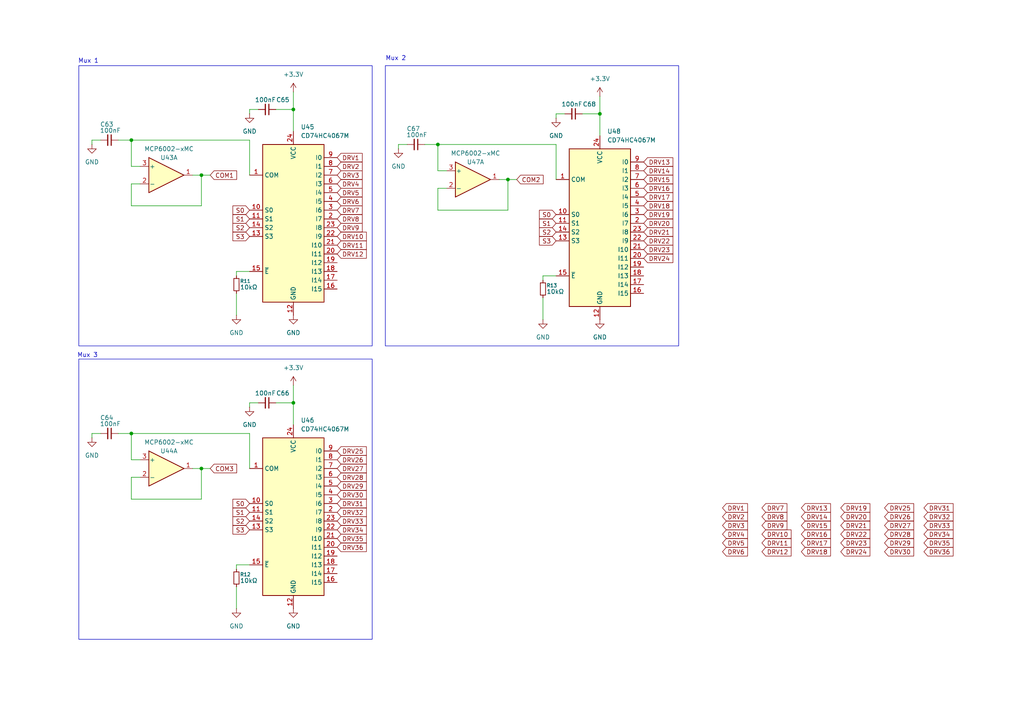
<source format=kicad_sch>
(kicad_sch (version 20250114) (generator "eeschema") (generator_version "9.0")
  (paper "A4")
  (lib_symbols
    (symbol "74xx:CD74HC4067M"
      (property "Reference" "U" (at -8.89 22.86 0))
      (property "Value" "CD74HC4067M" (at 1.27 22.86 0))
      (symbol "CD74HC4067M_0_1"
        (rectangle (start -8.89 21.59) (end 8.89 -24.13) (stroke (width 0.254)) (fill (type background)))
      )
      (symbol "CD74HC4067M_1_1"
        (pin passive line (at -12.7 12.7 0) (length 3.81) (name "COM") (number "1"))
        (pin input line (at -12.7 2.54 0) (length 3.81) (name "S0") (number "10"))
        (pin input line (at -12.7 0 0) (length 3.81) (name "S1") (number "11"))
        (pin input line (at -12.7 -2.54 0) (length 3.81) (name "S2") (number "14"))
        (pin input line (at -12.7 -5.08 0) (length 3.81) (name "S3") (number "13"))
        (pin input line (at -12.7 -15.24 0) (length 3.81) (name "~{E}") (number "15"))
        (pin power_in line (at 0 25.4 270) (length 3.81) (name "VCC") (number "24"))
        (pin power_in line (at 0 -27.94 90) (length 3.81) (name "GND") (number "12"))
        (pin passive line (at 12.7 17.78 180) (length 3.81) (name "I0") (number "9"))
        (pin passive line (at 12.7 15.24 180) (length 3.81) (name "I1") (number "8"))
        (pin passive line (at 12.7 12.7 180) (length 3.81) (name "I2") (number "7"))
        (pin passive line (at 12.7 10.16 180) (length 3.81) (name "I3") (number "6"))
        (pin passive line (at 12.7 7.62 180) (length 3.81) (name "I4") (number "5"))
        (pin passive line (at 12.7 5.08 180) (length 3.81) (name "I5") (number "4"))
        (pin passive line (at 12.7 2.54 180) (length 3.81) (name "I6") (number "3"))
        (pin passive line (at 12.7 0 180) (length 3.81) (name "I7") (number "2"))
        (pin passive line (at 12.7 -2.54 180) (length 3.81) (name "I8") (number "23"))
        (pin passive line (at 12.7 -5.08 180) (length 3.81) (name "I9") (number "22"))
        (pin passive line (at 12.7 -7.62 180) (length 3.81) (name "I10") (number "21"))
        (pin passive line (at 12.7 -10.16 180) (length 3.81) (name "I11") (number "20"))
        (pin passive line (at 12.7 -12.7 180) (length 3.81) (name "I12") (number "19"))
        (pin passive line (at 12.7 -15.24 180) (length 3.81) (name "I13") (number "18"))
        (pin passive line (at 12.7 -17.78 180) (length 3.81) (name "I14") (number "17"))
        (pin passive line (at 12.7 -20.32 180) (length 3.81) (name "I15") (number "16"))
      )
    )
    (symbol "Amplifier_Operational:MCP6002-xMC" (pin_names (offset 0.127))
      (property "Reference" "U" (at 0 5.08 0))
      (property "Value" "MCP6002-xMC" (at 0 -5.08 0))
      (symbol "MCP6002-xMC_1_1"
        (polyline (pts (xy -5.08 5.08) (xy 5.08 0) (xy -5.08 -5.08) (xy -5.08 5.08)) (stroke (width 0.254)) (fill (type background)))
        (pin input line (at -7.62 2.54 0) (length 2.54) (name "+") (number "3"))
        (pin input line (at -7.62 -2.54 0) (length 2.54) (name "-") (number "2"))
        (pin output line (at 7.62 0 180) (length 2.54) (name "~") (number "1"))
      )
      (symbol "MCP6002-xMC_2_1"
        (polyline (pts (xy -5.08 5.08) (xy 5.08 0) (xy -5.08 -5.08) (xy -5.08 5.08)) (stroke (width 0.254)) (fill (type background)))
        (pin input line (at -7.62 2.54 0) (length 2.54) (name "+") (number "5"))
        (pin input line (at -7.62 -2.54 0) (length 2.54) (name "-") (number "6"))
        (pin output line (at 7.62 0 180) (length 2.54) (name "~") (number "7"))
      )
      (symbol "MCP6002-xMC_3_1"
        (pin power_in line (at -2.54 7.62 270) (length 3.81) (name "V+") (number "8"))
        (pin power_in line (at -2.54 -7.62 90) (length 3.81) (name "V-") (number "4"))
        (pin passive line (at -2.54 -7.62 90) (length 3.81) (hide yes) (name "V-") (number "9"))
      )
    )
    (symbol "Device:C_Small" (pin_numbers (hide yes)) (pin_names (offset 0.254) (hide yes))
      (property "Reference" "C" (at 0.254 1.778 0))
      (property "Value" "C_Small" (at 0.254 -2.032 0))
      (symbol "C_Small_0_1"
        (polyline (pts (xy -1.524 0.508) (xy 1.524 0.508)) (stroke (width 0.3048)))
        (polyline (pts (xy -1.524 -0.508) (xy 1.524 -0.508)) (stroke (width 0.3302)))
      )
      (symbol "C_Small_1_1"
        (pin passive line (at 0 2.54 270) (length 2.032) (name "~") (number "1"))
        (pin passive line (at 0 -2.54 90) (length 2.032) (name "~") (number "2"))
      )
    )
    (symbol "Device:R_Small" (pin_numbers (hide yes)) (pin_names (offset 0.254) (hide yes))
      (property "Reference" "R" (at 0 0 90))
      (property "Value" "R_Small" (at 1.778 0 90))
      (symbol "R_Small_0_1"
        (rectangle (start -0.762 1.778) (end 0.762 -1.778) (stroke (width 0.2032)))
      )
      (symbol "R_Small_1_1"
        (pin passive line (at 0 2.54 270) (length 0.762) (name "~") (number "1"))
        (pin passive line (at 0 -2.54 90) (length 0.762) (name "~") (number "2"))
      )
    )
    (symbol "power:+3.3V" (power) (pin_numbers (hide yes)) (pin_names (offset 0) (hide yes))
      (property "Value" "+3.3V" (at 0 3.556 0))
      (symbol "+3.3V_0_1"
        (polyline (pts (xy -0.762 1.27) (xy 0 2.54)))
        (polyline (pts (xy 0 2.54) (xy 0.762 1.27)))
        (polyline (pts (xy 0 0) (xy 0 2.54)))
      )
      (symbol "+3.3V_1_1"
        (pin power_in line (at 0 0 90) (length 0) (name "~") (number "1"))
      )
    )
    (symbol "power:GND" (power) (pin_numbers (hide yes)) (pin_names (offset 0) (hide yes))
      (property "Value" "GND" (at 0 -3.81 0))
      (symbol "GND_0_1"
        (polyline (pts (xy 0 0) (xy 0 -1.27) (xy 1.27 -1.27) (xy 0 -2.54) (xy -1.27 -1.27) (xy 0 -1.27)))
      )
      (symbol "GND_1_1"
        (pin power_in line (at 0 0 270) (length 0) (name "~") (number "1"))
      )
    )
  )
  (rectangle (start 22.86 19.05) (end 107.95 100.33))
  (rectangle (start 22.86 104.14) (end 107.95 185.42))
  (rectangle (start 111.76 19.05) (end 196.85 100.33))
  (text "Mux 3" (at 25.4 103.124 0) (effects (font (size 1.27 1.27))))
  (text "Mux 1" (at 25.654 17.78 0) (effects (font (size 1.27 1.27))))
  (text "Mux 2" (at 114.808 17.018 0) (effects (font (size 1.27 1.27))))
  (junction (at 38.1 40.64))
  (junction (at 38.1 125.73))
  (junction (at 85.09 31.75))
  (junction (at 173.99 33.02))
  (junction (at 85.09 116.84))
  (junction (at 58.42 50.8))
  (junction (at 147.32 52.07))
  (junction (at 58.42 135.89))
  (junction (at 127 41.91))
  (wire (pts (xy 85.09 26.67) (xy 85.09 31.75)))
  (wire (pts (xy 38.1 144.78) (xy 58.42 144.78)))
  (wire (pts (xy 157.48 81.28) (xy 157.48 80.01)))
  (wire (pts (xy 129.54 54.61) (xy 127 54.61)))
  (wire (pts (xy 147.32 52.07) (xy 144.78 52.07)))
  (wire (pts (xy 85.09 111.76) (xy 85.09 116.84)))
  (wire (pts (xy 38.1 40.64) (xy 38.1 48.26)))
  (wire (pts (xy 115.57 41.91) (xy 118.11 41.91)))
  (wire (pts (xy 68.58 163.83) (xy 72.39 163.83)))
  (wire (pts (xy 85.09 31.75) (xy 85.09 38.1)))
  (wire (pts (xy 58.42 50.8) (xy 55.88 50.8)))
  (wire (pts (xy 68.58 80.01) (xy 68.58 78.74)))
  (wire (pts (xy 72.39 33.02) (xy 72.39 31.75)))
  (wire (pts (xy 127 49.53) (xy 129.54 49.53)))
  (wire (pts (xy 38.1 125.73) (xy 38.1 133.35)))
  (wire (pts (xy 127 54.61) (xy 127 60.96)))
  (wire (pts (xy 72.39 135.89) (xy 72.39 125.73)))
  (wire (pts (xy 149.86 52.07) (xy 147.32 52.07)))
  (wire (pts (xy 58.42 135.89) (xy 58.42 144.78)))
  (wire (pts (xy 58.42 135.89) (xy 55.88 135.89)))
  (wire (pts (xy 80.01 116.84) (xy 85.09 116.84)))
  (wire (pts (xy 58.42 50.8) (xy 58.42 59.69)))
  (wire (pts (xy 161.29 34.29) (xy 161.29 33.02)))
  (wire (pts (xy 34.29 125.73) (xy 38.1 125.73)))
  (wire (pts (xy 72.39 118.11) (xy 72.39 116.84)))
  (wire (pts (xy 157.48 80.01) (xy 161.29 80.01)))
  (wire (pts (xy 68.58 85.09) (xy 68.58 91.44)))
  (wire (pts (xy 26.67 41.91) (xy 26.67 40.64)))
  (wire (pts (xy 38.1 48.26) (xy 40.64 48.26)))
  (wire (pts (xy 26.67 125.73) (xy 29.21 125.73)))
  (wire (pts (xy 38.1 133.35) (xy 40.64 133.35)))
  (wire (pts (xy 157.48 86.36) (xy 157.48 92.71)))
  (wire (pts (xy 173.99 27.94) (xy 173.99 33.02)))
  (wire (pts (xy 168.91 33.02) (xy 173.99 33.02)))
  (wire (pts (xy 161.29 33.02) (xy 163.83 33.02)))
  (wire (pts (xy 127 41.91) (xy 127 49.53)))
  (wire (pts (xy 40.64 138.43) (xy 38.1 138.43)))
  (wire (pts (xy 34.29 40.64) (xy 38.1 40.64)))
  (wire (pts (xy 161.29 41.91) (xy 127 41.91)))
  (wire (pts (xy 72.39 116.84) (xy 74.93 116.84)))
  (wire (pts (xy 72.39 40.64) (xy 38.1 40.64)))
  (wire (pts (xy 68.58 170.18) (xy 68.58 176.53)))
  (wire (pts (xy 173.99 33.02) (xy 173.99 39.37)))
  (wire (pts (xy 26.67 40.64) (xy 29.21 40.64)))
  (wire (pts (xy 115.57 43.18) (xy 115.57 41.91)))
  (wire (pts (xy 72.39 31.75) (xy 74.93 31.75)))
  (wire (pts (xy 72.39 125.73) (xy 38.1 125.73)))
  (wire (pts (xy 68.58 78.74) (xy 72.39 78.74)))
  (wire (pts (xy 161.29 52.07) (xy 161.29 41.91)))
  (wire (pts (xy 85.09 116.84) (xy 85.09 123.19)))
  (wire (pts (xy 80.01 31.75) (xy 85.09 31.75)))
  (wire (pts (xy 38.1 59.69) (xy 58.42 59.69)))
  (wire (pts (xy 60.96 135.89) (xy 58.42 135.89)))
  (wire (pts (xy 72.39 50.8) (xy 72.39 40.64)))
  (wire (pts (xy 60.96 50.8) (xy 58.42 50.8)))
  (wire (pts (xy 38.1 53.34) (xy 38.1 59.69)))
  (wire (pts (xy 40.64 53.34) (xy 38.1 53.34)))
  (wire (pts (xy 68.58 165.1) (xy 68.58 163.83)))
  (wire (pts (xy 123.19 41.91) (xy 127 41.91)))
  (wire (pts (xy 26.67 127) (xy 26.67 125.73)))
  (wire (pts (xy 38.1 138.43) (xy 38.1 144.78)))
  (wire (pts (xy 127 60.96) (xy 147.32 60.96)))
  (wire (pts (xy 147.32 52.07) (xy 147.32 60.96)))
  (global_label "DRV35" (shape input) (at 97.79 156.21 0) (property "Intersheetrefs" "${INTERSHEET_REFS}" (effects (hide yes))))
  (global_label "DRV22" (shape input) (at 243.84 154.94 0) (property "Intersheetrefs" "${INTERSHEET_REFS}" (effects (hide yes))))
  (global_label "DRV26" (shape input) (at 97.79 133.35 0) (property "Intersheetrefs" "${INTERSHEET_REFS}" (effects (hide yes))))
  (global_label "S1" (shape input) (at 72.39 63.5 180) (property "Intersheetrefs" "${INTERSHEET_REFS}" (effects (hide yes))))
  (global_label "DRV19" (shape input) (at 186.69 62.23 0) (property "Intersheetrefs" "${INTERSHEET_REFS}" (effects (hide yes))))
  (global_label "DRV15" (shape input) (at 186.69 52.07 0) (property "Intersheetrefs" "${INTERSHEET_REFS}" (effects (hide yes))))
  (global_label "DRV1" (shape input) (at 97.79 45.72 0) (property "Intersheetrefs" "${INTERSHEET_REFS}" (effects (hide yes))))
  (global_label "DRV32" (shape input) (at 267.97 149.86 0) (property "Intersheetrefs" "${INTERSHEET_REFS}" (effects (hide yes))))
  (global_label "DRV23" (shape input) (at 243.84 157.48 0) (property "Intersheetrefs" "${INTERSHEET_REFS}" (effects (hide yes))))
  (global_label "DRV14" (shape input) (at 232.41 149.86 0) (property "Intersheetrefs" "${INTERSHEET_REFS}" (effects (hide yes))))
  (global_label "DRV6" (shape input) (at 209.55 160.02 0) (property "Intersheetrefs" "${INTERSHEET_REFS}" (effects (hide yes))))
  (global_label "DRV12" (shape input) (at 220.98 160.02 0) (property "Intersheetrefs" "${INTERSHEET_REFS}" (effects (hide yes))))
  (global_label "DRV21" (shape input) (at 186.69 67.31 0) (property "Intersheetrefs" "${INTERSHEET_REFS}" (effects (hide yes))))
  (global_label "DRV35" (shape input) (at 267.97 157.48 0) (property "Intersheetrefs" "${INTERSHEET_REFS}" (effects (hide yes))))
  (global_label "DRV28" (shape input) (at 97.79 138.43 0) (property "Intersheetrefs" "${INTERSHEET_REFS}" (effects (hide yes))))
  (global_label "DRV28" (shape input) (at 256.54 154.94 0) (property "Intersheetrefs" "${INTERSHEET_REFS}" (effects (hide yes))))
  (global_label "DRV30" (shape input) (at 97.79 143.51 0) (property "Intersheetrefs" "${INTERSHEET_REFS}" (effects (hide yes))))
  (global_label "DRV5" (shape input) (at 209.55 157.48 0) (property "Intersheetrefs" "${INTERSHEET_REFS}" (effects (hide yes))))
  (global_label "DRV9" (shape input) (at 97.79 66.04 0) (property "Intersheetrefs" "${INTERSHEET_REFS}" (effects (hide yes))))
  (global_label "DRV18" (shape input) (at 232.41 160.02 0) (property "Intersheetrefs" "${INTERSHEET_REFS}" (effects (hide yes))))
  (global_label "DRV20" (shape input) (at 243.84 149.86 0) (property "Intersheetrefs" "${INTERSHEET_REFS}" (effects (hide yes))))
  (global_label "DRV1" (shape input) (at 209.55 147.32 0) (property "Intersheetrefs" "${INTERSHEET_REFS}" (effects (hide yes))))
  (global_label "DRV33" (shape input) (at 97.79 151.13 0) (property "Intersheetrefs" "${INTERSHEET_REFS}" (effects (hide yes))))
  (global_label "DRV17" (shape input) (at 186.69 57.15 0) (property "Intersheetrefs" "${INTERSHEET_REFS}" (effects (hide yes))))
  (global_label "S2" (shape input) (at 72.39 66.04 180) (property "Intersheetrefs" "${INTERSHEET_REFS}" (effects (hide yes))))
  (global_label "DRV10" (shape input) (at 97.79 68.58 0) (property "Intersheetrefs" "${INTERSHEET_REFS}" (effects (hide yes))))
  (global_label "DRV34" (shape input) (at 267.97 154.94 0) (property "Intersheetrefs" "${INTERSHEET_REFS}" (effects (hide yes))))
  (global_label "DRV25" (shape input) (at 256.54 147.32 0) (property "Intersheetrefs" "${INTERSHEET_REFS}" (effects (hide yes))))
  (global_label "DRV16" (shape input) (at 232.41 154.94 0) (property "Intersheetrefs" "${INTERSHEET_REFS}" (effects (hide yes))))
  (global_label "DRV22" (shape input) (at 186.69 69.85 0) (property "Intersheetrefs" "${INTERSHEET_REFS}" (effects (hide yes))))
  (global_label "DRV36" (shape input) (at 97.79 158.75 0) (property "Intersheetrefs" "${INTERSHEET_REFS}" (effects (hide yes))))
  (global_label "DRV5" (shape input) (at 97.79 55.88 0) (property "Intersheetrefs" "${INTERSHEET_REFS}" (effects (hide yes))))
  (global_label "DRV17" (shape input) (at 232.41 157.48 0) (property "Intersheetrefs" "${INTERSHEET_REFS}" (effects (hide yes))))
  (global_label "S3" (shape input) (at 72.39 153.67 180) (property "Intersheetrefs" "${INTERSHEET_REFS}" (effects (hide yes))))
  (global_label "DRV4" (shape input) (at 209.55 154.94 0) (property "Intersheetrefs" "${INTERSHEET_REFS}" (effects (hide yes))))
  (global_label "DRV18" (shape input) (at 186.69 59.69 0) (property "Intersheetrefs" "${INTERSHEET_REFS}" (effects (hide yes))))
  (global_label "DRV24" (shape input) (at 186.69 74.93 0) (property "Intersheetrefs" "${INTERSHEET_REFS}" (effects (hide yes))))
  (global_label "DRV4" (shape input) (at 97.79 53.34 0) (property "Intersheetrefs" "${INTERSHEET_REFS}" (effects (hide yes))))
  (global_label "DRV36" (shape input) (at 267.97 160.02 0) (property "Intersheetrefs" "${INTERSHEET_REFS}" (effects (hide yes))))
  (global_label "DRV7" (shape input) (at 220.98 147.32 0) (property "Intersheetrefs" "${INTERSHEET_REFS}" (effects (hide yes))))
  (global_label "DRV31" (shape input) (at 97.79 146.05 0) (property "Intersheetrefs" "${INTERSHEET_REFS}" (effects (hide yes))))
  (global_label "S1" (shape input) (at 161.29 64.77 180) (property "Intersheetrefs" "${INTERSHEET_REFS}" (effects (hide yes))))
  (global_label "DRV32" (shape input) (at 97.79 148.59 0) (property "Intersheetrefs" "${INTERSHEET_REFS}" (effects (hide yes))))
  (global_label "S1" (shape input) (at 72.39 148.59 180) (property "Intersheetrefs" "${INTERSHEET_REFS}" (effects (hide yes))))
  (global_label "COM2" (shape input) (at 149.86 52.07 0) (property "Intersheetrefs" "${INTERSHEET_REFS}" (effects (hide yes))))
  (global_label "DRV7" (shape input) (at 97.79 60.96 0) (property "Intersheetrefs" "${INTERSHEET_REFS}" (effects (hide yes))))
  (global_label "DRV8" (shape input) (at 97.79 63.5 0) (property "Intersheetrefs" "${INTERSHEET_REFS}" (effects (hide yes))))
  (global_label "DRV11" (shape input) (at 220.98 157.48 0) (property "Intersheetrefs" "${INTERSHEET_REFS}" (effects (hide yes))))
  (global_label "DRV10" (shape input) (at 220.98 154.94 0) (property "Intersheetrefs" "${INTERSHEET_REFS}" (effects (hide yes))))
  (global_label "DRV16" (shape input) (at 186.69 54.61 0) (property "Intersheetrefs" "${INTERSHEET_REFS}" (effects (hide yes))))
  (global_label "DRV3" (shape input) (at 209.55 152.4 0) (property "Intersheetrefs" "${INTERSHEET_REFS}" (effects (hide yes))))
  (global_label "DRV14" (shape input) (at 186.69 49.53 0) (property "Intersheetrefs" "${INTERSHEET_REFS}" (effects (hide yes))))
  (global_label "S0" (shape input) (at 72.39 146.05 180) (property "Intersheetrefs" "${INTERSHEET_REFS}" (effects (hide yes))))
  (global_label "DRV19" (shape input) (at 243.84 147.32 0) (property "Intersheetrefs" "${INTERSHEET_REFS}" (effects (hide yes))))
  (global_label "DRV27" (shape input) (at 97.79 135.89 0) (property "Intersheetrefs" "${INTERSHEET_REFS}" (effects (hide yes))))
  (global_label "DRV12" (shape input) (at 97.79 73.66 0) (property "Intersheetrefs" "${INTERSHEET_REFS}" (effects (hide yes))))
  (global_label "DRV24" (shape input) (at 243.84 160.02 0) (property "Intersheetrefs" "${INTERSHEET_REFS}" (effects (hide yes))))
  (global_label "DRV13" (shape input) (at 186.69 46.99 0) (property "Intersheetrefs" "${INTERSHEET_REFS}" (effects (hide yes))))
  (global_label "S3" (shape input) (at 161.29 69.85 180) (property "Intersheetrefs" "${INTERSHEET_REFS}" (effects (hide yes))))
  (global_label "DRV27" (shape input) (at 256.54 152.4 0) (property "Intersheetrefs" "${INTERSHEET_REFS}" (effects (hide yes))))
  (global_label "DRV26" (shape input) (at 256.54 149.86 0) (property "Intersheetrefs" "${INTERSHEET_REFS}" (effects (hide yes))))
  (global_label "DRV11" (shape input) (at 97.79 71.12 0) (property "Intersheetrefs" "${INTERSHEET_REFS}" (effects (hide yes))))
  (global_label "DRV25" (shape input) (at 97.79 130.81 0) (property "Intersheetrefs" "${INTERSHEET_REFS}" (effects (hide yes))))
  (global_label "COM3" (shape input) (at 60.96 135.89 0) (property "Intersheetrefs" "${INTERSHEET_REFS}" (effects (hide yes))))
  (global_label "DRV2" (shape input) (at 97.79 48.26 0) (property "Intersheetrefs" "${INTERSHEET_REFS}" (effects (hide yes))))
  (global_label "DRV20" (shape input) (at 186.69 64.77 0) (property "Intersheetrefs" "${INTERSHEET_REFS}" (effects (hide yes))))
  (global_label "DRV29" (shape input) (at 256.54 157.48 0) (property "Intersheetrefs" "${INTERSHEET_REFS}" (effects (hide yes))))
  (global_label "DRV8" (shape input) (at 220.98 149.86 0) (property "Intersheetrefs" "${INTERSHEET_REFS}" (effects (hide yes))))
  (global_label "DRV31" (shape input) (at 267.97 147.32 0) (property "Intersheetrefs" "${INTERSHEET_REFS}" (effects (hide yes))))
  (global_label "DRV23" (shape input) (at 186.69 72.39 0) (property "Intersheetrefs" "${INTERSHEET_REFS}" (effects (hide yes))))
  (global_label "DRV13" (shape input) (at 232.41 147.32 0) (property "Intersheetrefs" "${INTERSHEET_REFS}" (effects (hide yes))))
  (global_label "S2" (shape input) (at 72.39 151.13 180) (property "Intersheetrefs" "${INTERSHEET_REFS}" (effects (hide yes))))
  (global_label "DRV30" (shape input) (at 256.54 160.02 0) (property "Intersheetrefs" "${INTERSHEET_REFS}" (effects (hide yes))))
  (global_label "DRV29" (shape input) (at 97.79 140.97 0) (property "Intersheetrefs" "${INTERSHEET_REFS}" (effects (hide yes))))
  (global_label "DRV2" (shape input) (at 209.55 149.86 0) (property "Intersheetrefs" "${INTERSHEET_REFS}" (effects (hide yes))))
  (global_label "DRV3" (shape input) (at 97.79 50.8 0) (property "Intersheetrefs" "${INTERSHEET_REFS}" (effects (hide yes))))
  (global_label "DRV34" (shape input) (at 97.79 153.67 0) (property "Intersheetrefs" "${INTERSHEET_REFS}" (effects (hide yes))))
  (global_label "DRV9" (shape input) (at 220.98 152.4 0) (property "Intersheetrefs" "${INTERSHEET_REFS}" (effects (hide yes))))
  (global_label "S2" (shape input) (at 161.29 67.31 180) (property "Intersheetrefs" "${INTERSHEET_REFS}" (effects (hide yes))))
  (global_label "DRV21" (shape input) (at 243.84 152.4 0) (property "Intersheetrefs" "${INTERSHEET_REFS}" (effects (hide yes))))
  (global_label "S0" (shape input) (at 161.29 62.23 180) (property "Intersheetrefs" "${INTERSHEET_REFS}" (effects (hide yes))))
  (global_label "DRV33" (shape input) (at 267.97 152.4 0) (property "Intersheetrefs" "${INTERSHEET_REFS}" (effects (hide yes))))
  (global_label "COM1" (shape input) (at 60.96 50.8 0) (property "Intersheetrefs" "${INTERSHEET_REFS}" (effects (hide yes))))
  (global_label "DRV15" (shape input) (at 232.41 152.4 0) (property "Intersheetrefs" "${INTERSHEET_REFS}" (effects (hide yes))))
  (global_label "S3" (shape input) (at 72.39 68.58 180) (property "Intersheetrefs" "${INTERSHEET_REFS}" (effects (hide yes))))
  (global_label "S0" (shape input) (at 72.39 60.96 180) (property "Intersheetrefs" "${INTERSHEET_REFS}" (effects (hide yes))))
  (global_label "DRV6" (shape input) (at 97.79 58.42 0) (property "Intersheetrefs" "${INTERSHEET_REFS}" (effects (hide yes))))
  (symbol (lib_id "Device:C_Small") (at 31.75 125.73 270) (unit 1)
    (property "Reference" "C64" (at 30.988 121.158 90))
    (property "Value" "100nF" (at 32.004 122.936 90))
    (property "Footprint" "Capacitor_SMD:C_0805_2012Metric" (effects (hide yes)))
    (property "Description" "Unpolarized capacitor, small symbol" (effects (hide yes)))
  )
  (symbol (lib_id "Device:C_Small") (at 166.37 33.02 270) (unit 1)
    (property "Reference" "C68" (at 170.942 30.226 90))
    (property "Value" "100nF" (at 165.862 30.226 90))
    (property "Footprint" "Capacitor_SMD:C_0805_2012Metric" (effects (hide yes)))
    (property "Description" "Unpolarized capacitor, small symbol" (effects (hide yes)))
  )
  (symbol (lib_id "power:GND") (at 161.29 34.29 0) (unit 1)
    (property "Reference" "#PWR0112" (effects (hide yes)))
    (property "Value" "GND" (at 161.29 39.37 0))
    (property "Description" "Power symbol creates a global label with name \"GND\" , ground" (effects (hide yes)))
  )
  (symbol (lib_id "power:GND") (at 68.58 91.44 0) (unit 1)
    (property "Reference" "#PWR0104" (effects (hide yes)))
    (property "Value" "GND" (at 68.58 96.52 0))
    (property "Description" "Power symbol creates a global label with name \"GND\" , ground" (effects (hide yes)))
  )
  (symbol (lib_id "Device:C_Small") (at 77.47 116.84 270) (unit 1)
    (property "Reference" "C66" (at 82.042 114.046 90))
    (property "Value" "100nF" (at 76.962 114.046 90))
    (property "Footprint" "Capacitor_SMD:C_0805_2012Metric" (effects (hide yes)))
    (property "Description" "Unpolarized capacitor, small symbol" (effects (hide yes)))
  )
  (symbol (lib_id "Device:C_Small") (at 120.65 41.91 270) (unit 1)
    (property "Reference" "C67" (at 119.888 37.338 90))
    (property "Value" "100nF" (at 120.904 39.116 90))
    (property "Footprint" "Capacitor_SMD:C_0805_2012Metric" (effects (hide yes)))
    (property "Description" "Unpolarized capacitor, small symbol" (effects (hide yes)))
  )
  (symbol (lib_id "power:GND") (at 115.57 43.18 0) (unit 1)
    (property "Reference" "#PWR0110" (effects (hide yes)))
    (property "Value" "GND" (at 115.57 48.26 0))
    (property "Description" "Power symbol creates a global label with name \"GND\" , ground" (effects (hide yes)))
  )
  (symbol (lib_id "Device:R_Small") (at 68.58 82.55 180) (unit 1)
    (property "Reference" "R11" (at 69.596 81.534 0) (effects (font (size 1.016 1.016)) (justify right)))
    (property "Value" "10kΩ" (at 69.596 83.312 0) (effects (justify right)))
    (property "Footprint" "Resistor_SMD:R_0805_2012Metric" (effects (hide yes)))
    (property "Description" "Resistor, small symbol" (effects (hide yes)))
  )
  (symbol (lib_id "power:GND") (at 85.09 91.44 0) (unit 1)
    (property "Reference" "#PWR0108" (effects (hide yes)))
    (property "Value" "GND" (at 85.09 96.52 0))
    (property "Description" "Power symbol creates a global label with name \"GND\" , ground" (effects (hide yes)))
  )
  (symbol (lib_id "power:GND") (at 26.67 41.91 0) (unit 1)
    (property "Reference" "#PWR0102" (effects (hide yes)))
    (property "Value" "GND" (at 26.67 46.99 0))
    (property "Description" "Power symbol creates a global label with name \"GND\" , ground" (effects (hide yes)))
  )
  (symbol (lib_id "74xx:CD74HC4067M") (at 173.99 64.77 0) (unit 1)
    (property "Reference" "U48" (at 176.1333 38.1 0) (effects (justify left)))
    (property "Value" "CD74HC4067M" (at 176.1333 40.64 0) (effects (justify left)))
    (property "Footprint" "Package_SO:SOIC-24W_7.5x15.4mm_P1.27mm" (effects (hide yes)))
    (property "Datasheet" "http://www.ti.com/lit/ds/symlink/cd74hc4067.pdf" (effects (hide yes)))
    (property "Description" "High-Speed CMOS Logic 16-Channel Analog Multiplexer/Demultiplexer, SOIC-24" (effects (hide yes)))
  )
  (symbol (lib_id "Amplifier_Operational:MCP6002-xMC") (at 137.16 52.07 0) (unit 1)
    (property "Reference" "U47" (at 137.922 46.99 0))
    (property "Value" "MCP6002-xMC" (at 137.922 44.45 0))
    (property "Footprint" "Package_DFN_QFN:DFN-8-1EP_3x2mm_P0.5mm_EP1.75x1.45mm" (effects (hide yes)))
    (property "Datasheet" "http://ww1.microchip.com/downloads/en/DeviceDoc/21733j.pdf" (effects (hide yes)))
    (property "Description" "1MHz, Low-Power Op Amp, DFN-8" (effects (hide yes)))
  )
  (symbol (lib_id "power:GND") (at 72.39 118.11 0) (unit 1)
    (property "Reference" "#PWR0107" (effects (hide yes)))
    (property "Value" "GND" (at 72.39 123.19 0))
    (property "Description" "Power symbol creates a global label with name \"GND\" , ground" (effects (hide yes)))
  )
  (symbol (lib_id "power:GND") (at 72.39 33.02 0) (unit 1)
    (property "Reference" "#PWR0106" (effects (hide yes)))
    (property "Value" "GND" (at 72.39 38.1 0))
    (property "Description" "Power symbol creates a global label with name \"GND\" , ground" (effects (hide yes)))
  )
  (symbol (lib_id "power:GND") (at 26.67 127 0) (unit 1)
    (property "Reference" "#PWR0103" (effects (hide yes)))
    (property "Value" "GND" (at 26.67 132.08 0))
    (property "Description" "Power symbol creates a global label with name \"GND\" , ground" (effects (hide yes)))
  )
  (symbol (lib_id "power:GND") (at 173.99 92.71 0) (unit 1)
    (property "Reference" "#PWR0113" (effects (hide yes)))
    (property "Value" "GND" (at 173.99 97.79 0))
    (property "Description" "Power symbol creates a global label with name \"GND\" , ground" (effects (hide yes)))
  )
  (symbol (lib_id "power:+3.3V") (at 85.09 26.67 0) (unit 1)
    (property "Reference" "#PWR0177" (effects (hide yes)))
    (property "Value" "+3.3V" (at 85.09 21.59 0))
    (property "Description" "Power symbol creates a global label with name \"+3.3V\"" (effects (hide yes)))
  )
  (symbol (lib_id "power:GND") (at 85.09 176.53 0) (unit 1)
    (property "Reference" "#PWR0109" (effects (hide yes)))
    (property "Value" "GND" (at 85.09 181.61 0))
    (property "Description" "Power symbol creates a global label with name \"GND\" , ground" (effects (hide yes)))
  )
  (symbol (lib_id "74xx:CD74HC4067M") (at 85.09 148.59 0) (unit 1)
    (property "Reference" "U46" (at 87.2333 121.92 0) (effects (justify left)))
    (property "Value" "CD74HC4067M" (at 87.2333 124.46 0) (effects (justify left)))
    (property "Footprint" "Package_SO:SOIC-24W_7.5x15.4mm_P1.27mm" (effects (hide yes)))
    (property "Datasheet" "http://www.ti.com/lit/ds/symlink/cd74hc4067.pdf" (effects (hide yes)))
    (property "Description" "High-Speed CMOS Logic 16-Channel Analog Multiplexer/Demultiplexer, SOIC-24" (effects (hide yes)))
  )
  (symbol (lib_id "power:GND") (at 68.58 176.53 0) (unit 1)
    (property "Reference" "#PWR0105" (effects (hide yes)))
    (property "Value" "GND" (at 68.58 181.61 0))
    (property "Description" "Power symbol creates a global label with name \"GND\" , ground" (effects (hide yes)))
  )
  (symbol (lib_id "power:GND") (at 157.48 92.71 0) (unit 1)
    (property "Reference" "#PWR0111" (effects (hide yes)))
    (property "Value" "GND" (at 157.48 97.79 0))
    (property "Description" "Power symbol creates a global label with name \"GND\" , ground" (effects (hide yes)))
  )
  (symbol (lib_id "power:+3.3V") (at 173.99 27.94 0) (unit 1)
    (property "Reference" "#PWR0178" (effects (hide yes)))
    (property "Value" "+3.3V" (at 173.99 22.86 0))
    (property "Description" "Power symbol creates a global label with name \"+3.3V\"" (effects (hide yes)))
  )
  (symbol (lib_id "Device:R_Small") (at 68.58 167.64 180) (unit 1)
    (property "Reference" "R12" (at 69.596 166.624 0) (effects (font (size 1.016 1.016)) (justify right)))
    (property "Value" "10kΩ" (at 69.596 168.402 0) (effects (justify right)))
    (property "Footprint" "Resistor_SMD:R_0805_2012Metric" (effects (hide yes)))
    (property "Description" "Resistor, small symbol" (effects (hide yes)))
  )
  (symbol (lib_id "Device:C_Small") (at 31.75 40.64 270) (unit 1)
    (property "Reference" "C63" (at 30.988 36.068 90))
    (property "Value" "100nF" (at 32.004 37.846 90))
    (property "Footprint" "Capacitor_SMD:C_0805_2012Metric" (effects (hide yes)))
    (property "Description" "Unpolarized capacitor, small symbol" (effects (hide yes)))
  )
  (symbol (lib_id "Amplifier_Operational:MCP6002-xMC") (at 48.26 135.89 0) (unit 1)
    (property "Reference" "U44" (at 49.022 130.81 0))
    (property "Value" "MCP6002-xMC" (at 49.022 128.27 0))
    (property "Footprint" "Package_DFN_QFN:DFN-8-1EP_3x2mm_P0.5mm_EP1.75x1.45mm" (effects (hide yes)))
    (property "Datasheet" "http://ww1.microchip.com/downloads/en/DeviceDoc/21733j.pdf" (effects (hide yes)))
    (property "Description" "1MHz, Low-Power Op Amp, DFN-8" (effects (hide yes)))
  )
  (symbol (lib_id "Device:R_Small") (at 157.48 83.82 180) (unit 1)
    (property "Reference" "R13" (at 158.496 82.804 0) (effects (font (size 1.016 1.016)) (justify right)))
    (property "Value" "10kΩ" (at 158.496 84.582 0) (effects (justify right)))
    (property "Footprint" "Resistor_SMD:R_0805_2012Metric" (effects (hide yes)))
    (property "Description" "Resistor, small symbol" (effects (hide yes)))
  )
  (symbol (lib_id "Device:C_Small") (at 77.47 31.75 270) (unit 1)
    (property "Reference" "C65" (at 82.042 28.956 90))
    (property "Value" "100nF" (at 76.962 28.956 90))
    (property "Footprint" "Capacitor_SMD:C_0805_2012Metric" (effects (hide yes)))
    (property "Description" "Unpolarized capacitor, small symbol" (effects (hide yes)))
  )
  (symbol (lib_id "Amplifier_Operational:MCP6002-xMC") (at 48.26 50.8 0) (unit 1)
    (property "Reference" "U43" (at 49.022 45.72 0))
    (property "Value" "MCP6002-xMC" (at 49.022 43.18 0))
    (property "Footprint" "Package_DFN_QFN:DFN-8-1EP_3x2mm_P0.5mm_EP1.75x1.45mm" (effects (hide yes)))
    (property "Datasheet" "http://ww1.microchip.com/downloads/en/DeviceDoc/21733j.pdf" (effects (hide yes)))
    (property "Description" "1MHz, Low-Power Op Amp, DFN-8" (effects (hide yes)))
  )
  (symbol (lib_id "power:+3.3V") (at 85.09 111.76 0) (unit 1)
    (property "Reference" "#PWR0179" (effects (hide yes)))
    (property "Value" "+3.3V" (at 85.09 106.68 0))
    (property "Description" "Power symbol creates a global label with name \"+3.3V\"" (effects (hide yes)))
  )
  (symbol (lib_id "74xx:CD74HC4067M") (at 85.09 63.5 0) (unit 1)
    (property "Reference" "U45" (at 87.2333 36.83 0) (effects (justify left)))
    (property "Value" "CD74HC4067M" (at 87.2333 39.37 0) (effects (justify left)))
    (property "Footprint" "Package_SO:SOIC-24W_7.5x15.4mm_P1.27mm" (effects (hide yes)))
    (property "Datasheet" "http://www.ti.com/lit/ds/symlink/cd74hc4067.pdf" (effects (hide yes)))
    (property "Description" "High-Speed CMOS Logic 16-Channel Analog Multiplexer/Demultiplexer, SOIC-24" (effects (hide yes)))
  )
)
</source>
